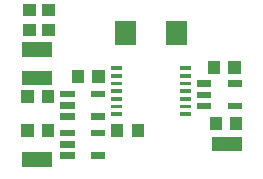
<source format=gtp>
G04 Layer: TopPasteMaskLayer*
G04 EasyEDA v6.4.7, 2021-01-18T10:53:27+01:00*
G04 aa4ddc66a76449b48dffd980d3e90acf,8dc9eacff13444d6b60fd3cb587e6cd5,01*
G04 Gerber Generator version 0.2*
G04 Scale: 100 percent, Rotated: No, Reflected: No *
G04 Dimensions in inches *
G04 leading zeros omitted , absolute positions ,2 integer and 4 decimal *
%FSLAX24Y24*%
%MOIN*%
G90*
D02*

%ADD15R,0.100000X0.050000*%

%LPD*%
G36*
G01X1940Y2696D02*
G01X1940Y2480D01*
G01X1468Y2480D01*
G01X1468Y2696D01*
G01X1940Y2696D01*
G37*
G36*
G01X1940Y2322D02*
G01X1940Y2106D01*
G01X1468Y2106D01*
G01X1468Y2322D01*
G01X1940Y2322D01*
G37*
G36*
G01X1940Y1948D02*
G01X1940Y1732D01*
G01X1468Y1732D01*
G01X1468Y1948D01*
G01X1940Y1948D01*
G37*
G36*
G01X2964Y1948D02*
G01X2964Y1732D01*
G01X2492Y1732D01*
G01X2492Y1948D01*
G01X2964Y1948D01*
G37*
G36*
G01X2964Y2696D02*
G01X2964Y2480D01*
G01X2492Y2480D01*
G01X2492Y2696D01*
G01X2964Y2696D01*
G37*
G36*
G01X2942Y2952D02*
G01X2529Y2952D01*
G01X2529Y3378D01*
G01X2942Y3378D01*
G01X2942Y2952D01*
G37*
G36*
G01X2253Y2952D02*
G01X1840Y2952D01*
G01X1840Y3378D01*
G01X2253Y3378D01*
G01X2253Y2952D01*
G37*
G36*
G01X1263Y2291D02*
G01X850Y2291D01*
G01X850Y2716D01*
G01X1263Y2716D01*
G01X1263Y2291D01*
G37*
G36*
G01X574Y2291D02*
G01X161Y2291D01*
G01X161Y2716D01*
G01X574Y2716D01*
G01X574Y2291D01*
G37*
G36*
G01X7507Y1378D02*
G01X7114Y1378D01*
G01X7114Y1811D01*
G01X7507Y1811D01*
G01X7507Y1378D01*
G37*
G36*
G01X6838Y1378D02*
G01X6444Y1378D01*
G01X6444Y1811D01*
G01X6838Y1811D01*
G01X6838Y1378D01*
G37*
G36*
G01X3534Y3512D02*
G01X3534Y3392D01*
G01X3144Y3392D01*
G01X3144Y3512D01*
G01X3534Y3512D01*
G37*
G36*
G01X3534Y3256D02*
G01X3534Y3136D01*
G01X3144Y3136D01*
G01X3144Y3256D01*
G01X3534Y3256D01*
G37*
G36*
G01X3534Y3000D02*
G01X3534Y2880D01*
G01X3144Y2880D01*
G01X3144Y3000D01*
G01X3534Y3000D01*
G37*
G36*
G01X3534Y2745D02*
G01X3534Y2625D01*
G01X3144Y2625D01*
G01X3144Y2745D01*
G01X3534Y2745D01*
G37*
G36*
G01X3534Y2489D02*
G01X3534Y2369D01*
G01X3144Y2369D01*
G01X3144Y2489D01*
G01X3534Y2489D01*
G37*
G36*
G01X3534Y2233D02*
G01X3534Y2113D01*
G01X3144Y2113D01*
G01X3144Y2233D01*
G01X3534Y2233D01*
G37*
G36*
G01X3534Y1977D02*
G01X3534Y1857D01*
G01X3144Y1857D01*
G01X3144Y1977D01*
G01X3534Y1977D01*
G37*
G36*
G01X5831Y1977D02*
G01X5831Y1857D01*
G01X5441Y1857D01*
G01X5441Y1977D01*
G01X5831Y1977D01*
G37*
G36*
G01X5831Y2233D02*
G01X5831Y2113D01*
G01X5441Y2113D01*
G01X5441Y2233D01*
G01X5831Y2233D01*
G37*
G36*
G01X5831Y2489D02*
G01X5831Y2369D01*
G01X5441Y2369D01*
G01X5441Y2489D01*
G01X5831Y2489D01*
G37*
G36*
G01X5831Y2745D02*
G01X5831Y2625D01*
G01X5441Y2625D01*
G01X5441Y2745D01*
G01X5831Y2745D01*
G37*
G36*
G01X5831Y3000D02*
G01X5831Y2880D01*
G01X5441Y2880D01*
G01X5441Y3000D01*
G01X5831Y3000D01*
G37*
G36*
G01X5831Y3256D02*
G01X5831Y3136D01*
G01X5441Y3136D01*
G01X5441Y3256D01*
G01X5831Y3256D01*
G37*
G36*
G01X5831Y3512D02*
G01X5831Y3392D01*
G01X5441Y3392D01*
G01X5441Y3512D01*
G01X5831Y3512D01*
G37*
G36*
G01X649Y5578D02*
G01X649Y5185D01*
G01X216Y5185D01*
G01X216Y5578D01*
G01X649Y5578D01*
G37*
G36*
G01X649Y4909D02*
G01X649Y4515D01*
G01X216Y4515D01*
G01X216Y4909D01*
G01X649Y4909D01*
G37*
G36*
G01X1299Y5578D02*
G01X1299Y5185D01*
G01X866Y5185D01*
G01X866Y5578D01*
G01X1299Y5578D01*
G37*
G36*
G01X1299Y4909D02*
G01X1299Y4515D01*
G01X866Y4515D01*
G01X866Y4909D01*
G01X1299Y4909D01*
G37*
G54D15*
G01X7007Y933D03*
G36*
G01X169Y4313D02*
G01X1169Y4313D01*
G01X1169Y3812D01*
G01X169Y3812D01*
G01X169Y4313D01*
G37*
G36*
G01X169Y651D02*
G01X1169Y651D01*
G01X1169Y151D01*
G01X169Y151D01*
G01X169Y651D01*
G37*
G01X669Y3118D03*
G36*
G01X1940Y1395D02*
G01X1940Y1179D01*
G01X1468Y1179D01*
G01X1468Y1395D01*
G01X1940Y1395D01*
G37*
G36*
G01X1940Y1021D02*
G01X1940Y805D01*
G01X1468Y805D01*
G01X1468Y1021D01*
G01X1940Y1021D01*
G37*
G36*
G01X1940Y647D02*
G01X1940Y431D01*
G01X1468Y431D01*
G01X1468Y647D01*
G01X1940Y647D01*
G37*
G36*
G01X2964Y647D02*
G01X2964Y431D01*
G01X2492Y431D01*
G01X2492Y647D01*
G01X2964Y647D01*
G37*
G36*
G01X2964Y1395D02*
G01X2964Y1179D01*
G01X2492Y1179D01*
G01X2492Y1395D01*
G01X2964Y1395D01*
G37*
G36*
G01X3149Y1598D02*
G01X3562Y1598D01*
G01X3562Y1173D01*
G01X3149Y1173D01*
G01X3149Y1598D01*
G37*
G36*
G01X3838Y1598D02*
G01X4251Y1598D01*
G01X4251Y1173D01*
G01X3838Y1173D01*
G01X3838Y1598D01*
G37*
G36*
G01X1263Y1173D02*
G01X850Y1173D01*
G01X850Y1598D01*
G01X1263Y1598D01*
G01X1263Y1173D01*
G37*
G36*
G01X574Y1173D02*
G01X161Y1173D01*
G01X161Y1598D01*
G01X574Y1598D01*
G01X574Y1173D01*
G37*
G36*
G01X6496Y3049D02*
G01X6496Y2832D01*
G01X6023Y2832D01*
G01X6023Y3049D01*
G01X6496Y3049D01*
G37*
G36*
G01X6496Y2675D02*
G01X6496Y2458D01*
G01X6023Y2458D01*
G01X6023Y2675D01*
G01X6496Y2675D01*
G37*
G36*
G01X6496Y2301D02*
G01X6496Y2084D01*
G01X6023Y2084D01*
G01X6023Y2301D01*
G01X6496Y2301D01*
G37*
G36*
G01X7519Y2301D02*
G01X7519Y2084D01*
G01X7047Y2084D01*
G01X7047Y2301D01*
G01X7519Y2301D01*
G37*
G36*
G01X7519Y3049D02*
G01X7519Y2832D01*
G01X7047Y2832D01*
G01X7047Y3049D01*
G01X7519Y3049D01*
G37*
G36*
G01X7480Y3259D02*
G01X7066Y3259D01*
G01X7066Y3685D01*
G01X7480Y3685D01*
G01X7480Y3259D01*
G37*
G36*
G01X6791Y3259D02*
G01X6377Y3259D01*
G01X6377Y3685D01*
G01X6791Y3685D01*
G01X6791Y3259D01*
G37*
G36*
G01X3290Y5018D02*
G01X3990Y5018D01*
G01X3990Y4218D01*
G01X3290Y4218D01*
G01X3290Y5018D01*
G37*
G36*
G01X4990Y5018D02*
G01X5690Y5018D01*
G01X5690Y4218D01*
G01X4990Y4218D01*
G01X4990Y5018D01*
G37*
M00*
M02*

</source>
